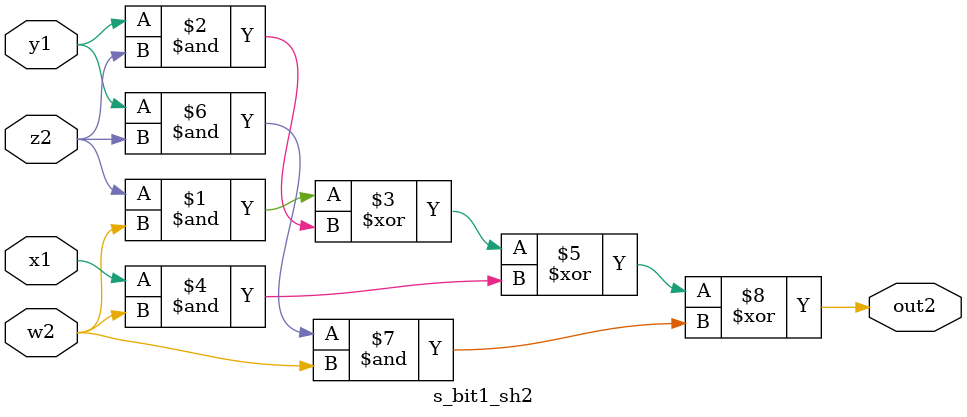
<source format=sv>
module s_bit1_sh2 (
  w2,
  z2,
  y1,
  x1,
  out2
);

    input wire w2;
    input wire z2;
    input wire y1;
    input wire x1;

    output wire out2;

    assign out2 = z2 & w2 ^ y1 & z2 ^ x1 & w2 ^ y1 & z2 & w2 ;

endmodule

</source>
